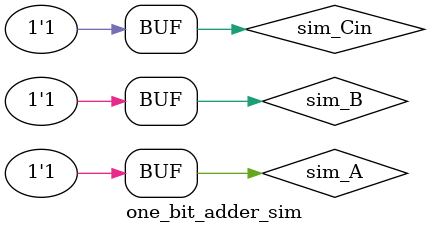
<source format=v>
`timescale 1ns / 1ps


module one_bit_adder_sim(

    );
    
    reg sim_A, sim_B, sim_Cin;
    wire sim_S, sim_Cout;
    
    one_bit_adder simulation(.A(sim_A), .B(sim_B), .Cin(sim_Cin), .S(sim_S), .Cout(sim_Cout));
    
    initial
    begin
        sim_A = 0; sim_B = 0; sim_Cin = 0; #10;
        sim_A = 0; sim_B = 1; sim_Cin = 0; #10;
        sim_A = 1; sim_B = 0; sim_Cin = 0; #10;
        sim_A = 0; sim_B = 1; sim_Cin = 1; #10;
        sim_A = 1; sim_B = 1; sim_Cin = 1; #10;

    end
endmodule

</source>
